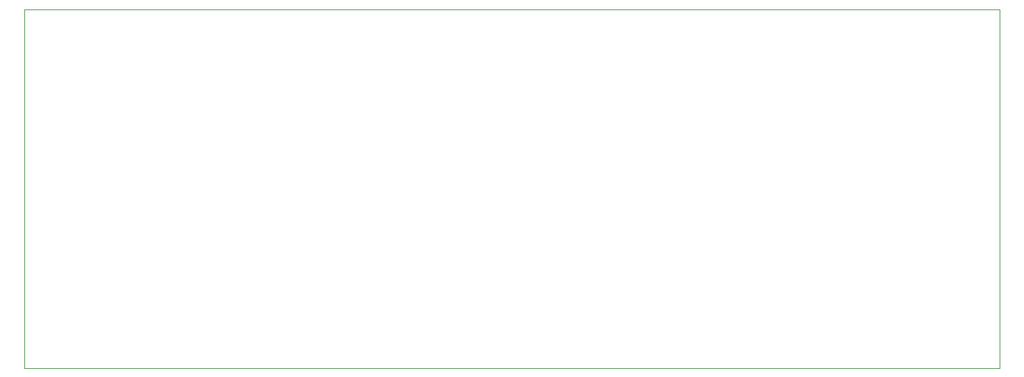
<source format=gm1>
%FSLAX24Y24*%
%MOIN*%
G70*
G01*
G75*
G04 Layer_Color=16711935*
%ADD10R,0.0550X0.2000*%
%ADD11C,0.0300*%
%ADD12C,0.0050*%
%ADD13C,0.0200*%
%ADD14C,0.0150*%
%ADD15C,0.0250*%
%ADD16C,0.0600*%
%ADD17C,0.0500*%
%ADD18C,0.0010*%
D18*
X19440Y21400D02*
Y39100D01*
X67460Y21400D02*
Y39100D01*
X19440D02*
X67460D01*
X19440Y21400D02*
X67460D01*
M02*

</source>
